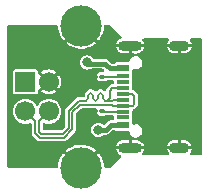
<source format=gbr>
%TF.GenerationSoftware,KiCad,Pcbnew,(6.0.11)*%
%TF.CreationDate,2023-06-18T18:32:15-07:00*%
%TF.ProjectId,usb-b-adapter,7573622d-622d-4616-9461-707465722e6b,rev?*%
%TF.SameCoordinates,Original*%
%TF.FileFunction,Copper,L1,Top*%
%TF.FilePolarity,Positive*%
%FSLAX46Y46*%
G04 Gerber Fmt 4.6, Leading zero omitted, Abs format (unit mm)*
G04 Created by KiCad (PCBNEW (6.0.11)) date 2023-06-18 18:32:15*
%MOMM*%
%LPD*%
G01*
G04 APERTURE LIST*
G04 Aperture macros list*
%AMRoundRect*
0 Rectangle with rounded corners*
0 $1 Rounding radius*
0 $2 $3 $4 $5 $6 $7 $8 $9 X,Y pos of 4 corners*
0 Add a 4 corners polygon primitive as box body*
4,1,4,$2,$3,$4,$5,$6,$7,$8,$9,$2,$3,0*
0 Add four circle primitives for the rounded corners*
1,1,$1+$1,$2,$3*
1,1,$1+$1,$4,$5*
1,1,$1+$1,$6,$7*
1,1,$1+$1,$8,$9*
0 Add four rect primitives between the rounded corners*
20,1,$1+$1,$2,$3,$4,$5,0*
20,1,$1+$1,$4,$5,$6,$7,0*
20,1,$1+$1,$6,$7,$8,$9,0*
20,1,$1+$1,$8,$9,$2,$3,0*%
G04 Aperture macros list end*
%TA.AperFunction,ComponentPad*%
%ADD10R,1.700000X1.700000*%
%TD*%
%TA.AperFunction,ComponentPad*%
%ADD11C,1.700000*%
%TD*%
%TA.AperFunction,CastellatedPad*%
%ADD12C,3.500000*%
%TD*%
%TA.AperFunction,SMDPad,CuDef*%
%ADD13R,1.140000X0.600000*%
%TD*%
%TA.AperFunction,SMDPad,CuDef*%
%ADD14R,1.140000X0.300000*%
%TD*%
%TA.AperFunction,ComponentPad*%
%ADD15O,2.000000X0.900000*%
%TD*%
%TA.AperFunction,ComponentPad*%
%ADD16O,1.700000X0.900000*%
%TD*%
%TA.AperFunction,SMDPad,CuDef*%
%ADD17RoundRect,0.100000X-0.130000X-0.100000X0.130000X-0.100000X0.130000X0.100000X-0.130000X0.100000X0*%
%TD*%
%TA.AperFunction,ViaPad*%
%ADD18C,0.800000*%
%TD*%
%TA.AperFunction,Conductor*%
%ADD19C,0.200000*%
%TD*%
%TA.AperFunction,Conductor*%
%ADD20C,0.400000*%
%TD*%
G04 APERTURE END LIST*
D10*
%TO.P,J1,1,VBUS*%
%TO.N,VBUS*%
X121920000Y-104140000D03*
D11*
%TO.P,J1,2,D-*%
%TO.N,/D-*%
X121920000Y-106640000D03*
%TO.P,J1,3,D+*%
%TO.N,/D+*%
X123920000Y-106640000D03*
%TO.P,J1,4,GND*%
%TO.N,GND*%
X123920000Y-104140000D03*
D12*
%TO.P,J1,5,Shield*%
X126630000Y-111410000D03*
X126630000Y-99370000D03*
%TD*%
D13*
%TO.P,J2,A1/B12,GND*%
%TO.N,GND*%
X130212500Y-108600000D03*
%TO.P,J2,A4/B9,VBUS*%
%TO.N,VBUS*%
X130212500Y-107800000D03*
D14*
%TO.P,J2,A5,CC1*%
%TO.N,Net-(J2-PadA5)*%
X130212500Y-106650000D03*
%TO.P,J2,A6,DP1*%
%TO.N,/D+*%
X130212500Y-105650000D03*
%TO.P,J2,A7,DN1*%
%TO.N,/D-*%
X130212500Y-105150000D03*
%TO.P,J2,A8,SBU1*%
%TO.N,unconnected-(J2-PadA8)*%
X130212500Y-104150000D03*
D13*
%TO.P,J2,B1/A12,GND*%
%TO.N,GND*%
X130212500Y-102200000D03*
%TO.P,J2,B4/A9,VBUS*%
%TO.N,VBUS*%
X130212500Y-103000000D03*
D14*
%TO.P,J2,B5,CC2*%
%TO.N,Net-(J2-PadB5)*%
X130212500Y-103650000D03*
%TO.P,J2,B6,DP2*%
%TO.N,/D+*%
X130212500Y-104650000D03*
%TO.P,J2,B7,DN2*%
%TO.N,/D-*%
X130212500Y-106150000D03*
%TO.P,J2,B8,SBU2*%
%TO.N,unconnected-(J2-PadB8)*%
X130212500Y-107150000D03*
D15*
%TO.P,J2,S1,SHIELD*%
%TO.N,GND*%
X130792500Y-109725000D03*
%TO.P,J2,S2,SHIELD*%
X130792500Y-101075000D03*
D16*
%TO.P,J2,S3,SHIELD*%
X134962500Y-109725000D03*
%TO.P,J2,S4,SHIELD*%
X134962500Y-101075000D03*
%TD*%
D17*
%TO.P,R1,1*%
%TO.N,GND*%
X127780000Y-106600000D03*
%TO.P,R1,2*%
%TO.N,Net-(J2-PadA5)*%
X128420000Y-106600000D03*
%TD*%
%TO.P,R2,1*%
%TO.N,GND*%
X127780000Y-103700000D03*
%TO.P,R2,2*%
%TO.N,Net-(J2-PadB5)*%
X128420000Y-103700000D03*
%TD*%
D18*
%TO.N,VBUS*%
X128100000Y-108200000D03*
X127150000Y-102500000D03*
%TO.N,GND*%
X120800000Y-109000000D03*
X126900000Y-107200000D03*
X132950000Y-101050000D03*
X132900000Y-109750000D03*
X126850000Y-103700000D03*
X120850000Y-101700000D03*
%TD*%
D19*
%TO.N,Net-(J2-PadA5)*%
X128470000Y-106650000D02*
X130212500Y-106650000D01*
X128420000Y-106600000D02*
X128470000Y-106650000D01*
%TO.N,/D-*%
X131050000Y-106150000D02*
X130212500Y-106150000D01*
X121920000Y-106640000D02*
X122756500Y-107476500D01*
X130212500Y-105150000D02*
X130982500Y-105150000D01*
X122756500Y-107476500D02*
X122756500Y-108487724D01*
X129270999Y-106063500D02*
X129357499Y-106150000D01*
X122756500Y-108487724D02*
X123132276Y-108863500D01*
X130982500Y-105150000D02*
X131150000Y-105317500D01*
X123132276Y-108863500D02*
X125217724Y-108863500D01*
X125913500Y-108167724D02*
X125913500Y-106717724D01*
X126567724Y-106063500D02*
X129270999Y-106063500D01*
X125913500Y-106717724D02*
X126567724Y-106063500D01*
X125217724Y-108863500D02*
X125913500Y-108167724D01*
X131150000Y-106050000D02*
X131050000Y-106150000D01*
X129357499Y-106150000D02*
X130212500Y-106150000D01*
X131150000Y-105317500D02*
X131150000Y-106050000D01*
%TO.N,/D+*%
X125082276Y-108536500D02*
X123267724Y-108536500D01*
X127263500Y-105270663D02*
X127263500Y-105536500D01*
X130212500Y-104650000D02*
X129300000Y-104650000D01*
X129050000Y-105500000D02*
X128813500Y-105736500D01*
X123083500Y-107476500D02*
X123920000Y-106640000D01*
X128813500Y-105736500D02*
X128663500Y-105736500D01*
X128463500Y-105536500D02*
X128463500Y-105270663D01*
X127063500Y-105736500D02*
X127013500Y-105736500D01*
X129300000Y-104650000D02*
X129050000Y-104900000D01*
X127663500Y-105536500D02*
X127663500Y-105270663D01*
X129050000Y-104900000D02*
X129050000Y-105500000D01*
X126432276Y-105736500D02*
X125586500Y-106582276D01*
X123267724Y-108536500D02*
X123083500Y-108352276D01*
X129270999Y-105736500D02*
X129357499Y-105650000D01*
X128813500Y-105736500D02*
X129270999Y-105736500D01*
X129357499Y-105650000D02*
X130212500Y-105650000D01*
X125586500Y-106582276D02*
X125586500Y-108032276D01*
X128063500Y-105270663D02*
X128063500Y-105536500D01*
X123083500Y-108352276D02*
X123083500Y-107476500D01*
X125586500Y-108032276D02*
X125082276Y-108536500D01*
X127013500Y-105736500D02*
X126432276Y-105736500D01*
X127063500Y-105736500D02*
G75*
G03*
X127263500Y-105536500I0J200000D01*
G01*
X127463500Y-105070700D02*
G75*
G02*
X127663500Y-105270663I0J-200000D01*
G01*
X128463500Y-105536500D02*
G75*
G03*
X128663500Y-105736500I200000J0D01*
G01*
X127663500Y-105536500D02*
G75*
G03*
X127863500Y-105736500I200000J0D01*
G01*
X127863500Y-105736500D02*
G75*
G03*
X128063500Y-105536500I0J200000D01*
G01*
X127263463Y-105270663D02*
G75*
G02*
X127463500Y-105070663I200037J-37D01*
G01*
X128063463Y-105270663D02*
G75*
G02*
X128263500Y-105070663I200037J-37D01*
G01*
X128263500Y-105070700D02*
G75*
G02*
X128463500Y-105270663I0J-200000D01*
G01*
%TO.N,Net-(J2-PadB5)*%
X128420000Y-103700000D02*
X130162500Y-103700000D01*
X130162500Y-103700000D02*
X130212500Y-103650000D01*
D20*
%TO.N,VBUS*%
X130212500Y-107800000D02*
X129150000Y-107800000D01*
X128750000Y-108200000D02*
X128100000Y-108200000D01*
X129050000Y-103000000D02*
X130212500Y-103000000D01*
X127250000Y-102600000D02*
X128650000Y-102600000D01*
X127150000Y-102500000D02*
X127250000Y-102600000D01*
X128650000Y-102600000D02*
X129050000Y-103000000D01*
X128750000Y-108200000D02*
X129150000Y-107800000D01*
%TD*%
%TA.AperFunction,Conductor*%
%TO.N,GND*%
G36*
X124622640Y-99320502D02*
G01*
X124669133Y-99374158D01*
X124680422Y-99421553D01*
X124686650Y-99580079D01*
X124687625Y-99588908D01*
X124735638Y-99851804D01*
X124737847Y-99860407D01*
X124822424Y-100113914D01*
X124825823Y-100122121D01*
X124945276Y-100361183D01*
X124949801Y-100368834D01*
X125101740Y-100588673D01*
X125107295Y-100595607D01*
X125151095Y-100642990D01*
X125164727Y-100651144D01*
X125165245Y-100651128D01*
X125173859Y-100645828D01*
X126482283Y-99337405D01*
X126544595Y-99303379D01*
X126571378Y-99300500D01*
X126688622Y-99300500D01*
X126756743Y-99320502D01*
X126777717Y-99337405D01*
X128083626Y-100643313D01*
X128097026Y-100650631D01*
X128106929Y-100643645D01*
X128208746Y-100522519D01*
X128213972Y-100515326D01*
X128355391Y-100288568D01*
X128359543Y-100280728D01*
X128467604Y-100036297D01*
X128470614Y-100027936D01*
X128543151Y-99770738D01*
X128544955Y-99762030D01*
X128580696Y-99495936D01*
X128581224Y-99489543D01*
X128583330Y-99422541D01*
X128605463Y-99355083D01*
X128660552Y-99310298D01*
X128709268Y-99300500D01*
X129014760Y-99300500D01*
X129082881Y-99320502D01*
X129103855Y-99337405D01*
X130035126Y-100268676D01*
X130069152Y-100330988D01*
X130064087Y-100401803D01*
X130021540Y-100458639D01*
X129992415Y-100474923D01*
X129934240Y-100497956D01*
X129920458Y-100505533D01*
X129800422Y-100592745D01*
X129788955Y-100603514D01*
X129694378Y-100717837D01*
X129685949Y-100731119D01*
X129622776Y-100865370D01*
X129617914Y-100880330D01*
X129608495Y-100929706D01*
X129609766Y-100942745D01*
X129624688Y-100947500D01*
X131966408Y-100947500D01*
X131979939Y-100943527D01*
X131980949Y-100936500D01*
X131937763Y-100803586D01*
X131931062Y-100789348D01*
X131851563Y-100664076D01*
X131845556Y-100656815D01*
X131817546Y-100591577D01*
X131829253Y-100521552D01*
X131876960Y-100468973D01*
X131942641Y-100450500D01*
X133967775Y-100450500D01*
X134035896Y-100470502D01*
X134082389Y-100524158D01*
X134092493Y-100594432D01*
X134064860Y-100656816D01*
X134014375Y-100717842D01*
X134005949Y-100731119D01*
X133942776Y-100865370D01*
X133937914Y-100880330D01*
X133928495Y-100929706D01*
X133929766Y-100942745D01*
X133944688Y-100947500D01*
X135986408Y-100947500D01*
X135999939Y-100943527D01*
X136000949Y-100936500D01*
X135957763Y-100803586D01*
X135951062Y-100789348D01*
X135871563Y-100664076D01*
X135865556Y-100656815D01*
X135837546Y-100591577D01*
X135849253Y-100521552D01*
X135896960Y-100468973D01*
X135962641Y-100450500D01*
X136773500Y-100450500D01*
X136841621Y-100470502D01*
X136888114Y-100524158D01*
X136899500Y-100576500D01*
X136899500Y-110223500D01*
X136879498Y-110291621D01*
X136825842Y-110338114D01*
X136773500Y-110349500D01*
X135957225Y-110349500D01*
X135889104Y-110329498D01*
X135842611Y-110275842D01*
X135832507Y-110205568D01*
X135860140Y-110143184D01*
X135910625Y-110082158D01*
X135919051Y-110068881D01*
X135982224Y-109934630D01*
X135987086Y-109919670D01*
X135996505Y-109870294D01*
X135995234Y-109857255D01*
X135980312Y-109852500D01*
X133938592Y-109852500D01*
X133925061Y-109856473D01*
X133924051Y-109863500D01*
X133967237Y-109996414D01*
X133973938Y-110010652D01*
X134053437Y-110135924D01*
X134059444Y-110143185D01*
X134087454Y-110208423D01*
X134075747Y-110278448D01*
X134028040Y-110331027D01*
X133962359Y-110349500D01*
X131937225Y-110349500D01*
X131869104Y-110329498D01*
X131822611Y-110275842D01*
X131812507Y-110205568D01*
X131840140Y-110143184D01*
X131890625Y-110082158D01*
X131899051Y-110068881D01*
X131962224Y-109934630D01*
X131967086Y-109919670D01*
X131976505Y-109870294D01*
X131975234Y-109857255D01*
X131960312Y-109852500D01*
X129618592Y-109852500D01*
X129605061Y-109856473D01*
X129604051Y-109863500D01*
X129647237Y-109996414D01*
X129653938Y-110010652D01*
X129733437Y-110135923D01*
X129743466Y-110148046D01*
X129851626Y-110249615D01*
X129864346Y-110258857D01*
X129971037Y-110317511D01*
X130021095Y-110367856D01*
X130035988Y-110437273D01*
X130010987Y-110503722D01*
X129999430Y-110517021D01*
X129153854Y-111362596D01*
X129091542Y-111396621D01*
X129064759Y-111399500D01*
X128701631Y-111399500D01*
X128633510Y-111379498D01*
X128587017Y-111325842D01*
X128575946Y-111282399D01*
X128565792Y-111138993D01*
X128564539Y-111130183D01*
X128508292Y-110868925D01*
X128505816Y-110860404D01*
X128413317Y-110609674D01*
X128409662Y-110601579D01*
X128282758Y-110366385D01*
X128277999Y-110358887D01*
X128119231Y-110143932D01*
X128113448Y-110137160D01*
X128111129Y-110134805D01*
X128097248Y-110127083D01*
X128095673Y-110127183D01*
X128088663Y-110131650D01*
X126857717Y-111362595D01*
X126795405Y-111396621D01*
X126768622Y-111399500D01*
X126764378Y-111399500D01*
X126696257Y-111379498D01*
X126649764Y-111325842D01*
X126639660Y-111255568D01*
X126669154Y-111190988D01*
X126675283Y-111184405D01*
X127906233Y-109953454D01*
X127913088Y-109940902D01*
X127904881Y-109929832D01*
X127706870Y-109778714D01*
X127699444Y-109773837D01*
X127466269Y-109643253D01*
X127458243Y-109639476D01*
X127303747Y-109579706D01*
X129608495Y-109579706D01*
X129609766Y-109592745D01*
X129624688Y-109597500D01*
X130646885Y-109597500D01*
X130662124Y-109593025D01*
X130663329Y-109591635D01*
X130665000Y-109583952D01*
X130665000Y-109093115D01*
X130660525Y-109077876D01*
X130659135Y-109076671D01*
X130651452Y-109075000D01*
X130205565Y-109075000D01*
X130197675Y-109075497D01*
X130087432Y-109089423D01*
X130072199Y-109093334D01*
X129934240Y-109147956D01*
X129920458Y-109155533D01*
X129800422Y-109242745D01*
X129788955Y-109253514D01*
X129694378Y-109367837D01*
X129685949Y-109381119D01*
X129622776Y-109515370D01*
X129617914Y-109530330D01*
X129608495Y-109579706D01*
X127303747Y-109579706D01*
X127208986Y-109543046D01*
X127200513Y-109540439D01*
X126940165Y-109480094D01*
X126931387Y-109478704D01*
X126665140Y-109455644D01*
X126656269Y-109455504D01*
X126389419Y-109470190D01*
X126380609Y-109471304D01*
X126118505Y-109523439D01*
X126109930Y-109525785D01*
X125857790Y-109614329D01*
X125849624Y-109617863D01*
X125612476Y-109741053D01*
X125604904Y-109745692D01*
X125387474Y-109901070D01*
X125380620Y-109906740D01*
X125356079Y-109930151D01*
X125348140Y-109943910D01*
X125348190Y-109944956D01*
X125353083Y-109952770D01*
X126584717Y-111184405D01*
X126618743Y-111246717D01*
X126613678Y-111317533D01*
X126571131Y-111374368D01*
X126504611Y-111399179D01*
X126495622Y-111399500D01*
X126491378Y-111399500D01*
X126423257Y-111379498D01*
X126402283Y-111362595D01*
X125174773Y-110135086D01*
X125161932Y-110128074D01*
X125151244Y-110135868D01*
X125015828Y-110307643D01*
X125010839Y-110314985D01*
X124876611Y-110546073D01*
X124872699Y-110554060D01*
X124772374Y-110801752D01*
X124769630Y-110810196D01*
X124705203Y-111069561D01*
X124703676Y-111078312D01*
X124682362Y-111286342D01*
X124655521Y-111352070D01*
X124597406Y-111392852D01*
X124557018Y-111399500D01*
X120526500Y-111399500D01*
X120458379Y-111379498D01*
X120411886Y-111325842D01*
X120400500Y-111273500D01*
X120400500Y-106625262D01*
X120864520Y-106625262D01*
X120865036Y-106631406D01*
X120880852Y-106819748D01*
X120881759Y-106830553D01*
X120883458Y-106836478D01*
X120930369Y-107000075D01*
X120938544Y-107028586D01*
X120941359Y-107034063D01*
X120941360Y-107034066D01*
X121029897Y-107206341D01*
X121032712Y-107211818D01*
X121160677Y-107373270D01*
X121165370Y-107377264D01*
X121165371Y-107377265D01*
X121286381Y-107480252D01*
X121317564Y-107506791D01*
X121497398Y-107607297D01*
X121592238Y-107638112D01*
X121687471Y-107669056D01*
X121687475Y-107669057D01*
X121693329Y-107670959D01*
X121897894Y-107695351D01*
X121904029Y-107694879D01*
X121904031Y-107694879D01*
X121960039Y-107690569D01*
X122103300Y-107679546D01*
X122109230Y-107677890D01*
X122109232Y-107677890D01*
X122296116Y-107625711D01*
X122367107Y-107626658D01*
X122426316Y-107665834D01*
X122454945Y-107730802D01*
X122456000Y-107747070D01*
X122456000Y-108435358D01*
X122455804Y-108438031D01*
X122454075Y-108443066D01*
X122454511Y-108454688D01*
X122454511Y-108454690D01*
X122455911Y-108491979D01*
X122456000Y-108496705D01*
X122456000Y-108515672D01*
X122456882Y-108520407D01*
X122457110Y-108523933D01*
X122458274Y-108554932D01*
X122462864Y-108565617D01*
X122463901Y-108570217D01*
X122467462Y-108581938D01*
X122469161Y-108586341D01*
X122471291Y-108597777D01*
X122477395Y-108607679D01*
X122484227Y-108618763D01*
X122492731Y-108635135D01*
X122498951Y-108649612D01*
X122498953Y-108649616D01*
X122502464Y-108657787D01*
X122506478Y-108662673D01*
X122508663Y-108664858D01*
X122510715Y-108667121D01*
X122510555Y-108667266D01*
X122517675Y-108676273D01*
X122523927Y-108683168D01*
X122530032Y-108693072D01*
X122551820Y-108709640D01*
X122564639Y-108720834D01*
X122882757Y-109038952D01*
X122884513Y-109040986D01*
X122886851Y-109045769D01*
X122895380Y-109053681D01*
X122895381Y-109053682D01*
X122922753Y-109079073D01*
X122926158Y-109082353D01*
X122939553Y-109095748D01*
X122943523Y-109098472D01*
X122946171Y-109100797D01*
X122953704Y-109107785D01*
X122968922Y-109121901D01*
X122979729Y-109126213D01*
X122983714Y-109128732D01*
X122994523Y-109134504D01*
X122998828Y-109136411D01*
X123008422Y-109142993D01*
X123029336Y-109147956D01*
X123032412Y-109148686D01*
X123050008Y-109154251D01*
X123072898Y-109163383D01*
X123079191Y-109164000D01*
X123082273Y-109164000D01*
X123085343Y-109164150D01*
X123085332Y-109164366D01*
X123096707Y-109165698D01*
X123106021Y-109166153D01*
X123117342Y-109168840D01*
X123128871Y-109167271D01*
X123128872Y-109167271D01*
X123144449Y-109165151D01*
X123161440Y-109164000D01*
X125165358Y-109164000D01*
X125168031Y-109164196D01*
X125173066Y-109165925D01*
X125184688Y-109165489D01*
X125184690Y-109165489D01*
X125221979Y-109164089D01*
X125226705Y-109164000D01*
X125245672Y-109164000D01*
X125250407Y-109163118D01*
X125253933Y-109162890D01*
X125257673Y-109162749D01*
X125284932Y-109161726D01*
X125295617Y-109157136D01*
X125300217Y-109156099D01*
X125311938Y-109152538D01*
X125316341Y-109150839D01*
X125327777Y-109148709D01*
X125348765Y-109135772D01*
X125365135Y-109127269D01*
X125379612Y-109121049D01*
X125379616Y-109121047D01*
X125387787Y-109117536D01*
X125392673Y-109113522D01*
X125394858Y-109111337D01*
X125397121Y-109109285D01*
X125397266Y-109109445D01*
X125406273Y-109102325D01*
X125413168Y-109096073D01*
X125423072Y-109089968D01*
X125439640Y-109068180D01*
X125450834Y-109055361D01*
X126088952Y-108417243D01*
X126090986Y-108415487D01*
X126095769Y-108413149D01*
X126129073Y-108377247D01*
X126132353Y-108373842D01*
X126145748Y-108360447D01*
X126148472Y-108356477D01*
X126150797Y-108353829D01*
X126163990Y-108339606D01*
X126171901Y-108331078D01*
X126176213Y-108320271D01*
X126178732Y-108316286D01*
X126184504Y-108305477D01*
X126186411Y-108301172D01*
X126192993Y-108291578D01*
X126198686Y-108267588D01*
X126204251Y-108249992D01*
X126210086Y-108235366D01*
X126213383Y-108227102D01*
X126214000Y-108220809D01*
X126214000Y-108217727D01*
X126214150Y-108214657D01*
X126214366Y-108214668D01*
X126215698Y-108203293D01*
X126216153Y-108193979D01*
X126218840Y-108182658D01*
X126215151Y-108155551D01*
X126214000Y-108138560D01*
X126214000Y-106894385D01*
X126234002Y-106826264D01*
X126250905Y-106805290D01*
X126655290Y-106400905D01*
X126717602Y-106366879D01*
X126744385Y-106364000D01*
X127863500Y-106364000D01*
X127931621Y-106384002D01*
X127978114Y-106437658D01*
X127989500Y-106490000D01*
X127989500Y-106744646D01*
X127992618Y-106770846D01*
X127996456Y-106779486D01*
X127996456Y-106779487D01*
X128024310Y-106842195D01*
X128038061Y-106873153D01*
X128117287Y-106952241D01*
X128127924Y-106956944D01*
X128127926Y-106956945D01*
X128166925Y-106974186D01*
X128219673Y-106997506D01*
X128245354Y-107000500D01*
X128594646Y-107000500D01*
X128598350Y-107000059D01*
X128598353Y-107000059D01*
X128605746Y-106999179D01*
X128620846Y-106997382D01*
X128645483Y-106986439D01*
X128701968Y-106961349D01*
X128753116Y-106950500D01*
X129316000Y-106950500D01*
X129384121Y-106970502D01*
X129430614Y-107024158D01*
X129442000Y-107076500D01*
X129442000Y-107273500D01*
X129421998Y-107341621D01*
X129368342Y-107388114D01*
X129316000Y-107399500D01*
X129118481Y-107399500D01*
X129118477Y-107399501D01*
X129086567Y-107399501D01*
X129077140Y-107402564D01*
X129077133Y-107402565D01*
X129065647Y-107406297D01*
X129046427Y-107410911D01*
X129034493Y-107412801D01*
X129034485Y-107412803D01*
X129024696Y-107414354D01*
X129015865Y-107418854D01*
X129015861Y-107418855D01*
X129005093Y-107424342D01*
X128986832Y-107431906D01*
X128965910Y-107438704D01*
X128950918Y-107449597D01*
X128948116Y-107451632D01*
X128931259Y-107461962D01*
X128920493Y-107467448D01*
X128920492Y-107467449D01*
X128911658Y-107471950D01*
X128889091Y-107494517D01*
X128653724Y-107729883D01*
X128591412Y-107763909D01*
X128520597Y-107758844D01*
X128487925Y-107740751D01*
X128409392Y-107680491D01*
X128402841Y-107675464D01*
X128256762Y-107614956D01*
X128100000Y-107594318D01*
X127943238Y-107614956D01*
X127797159Y-107675464D01*
X127671718Y-107771718D01*
X127575464Y-107897159D01*
X127514956Y-108043238D01*
X127494318Y-108200000D01*
X127495396Y-108208188D01*
X127506018Y-108288867D01*
X127514956Y-108356762D01*
X127575464Y-108502841D01*
X127671718Y-108628282D01*
X127797159Y-108724536D01*
X127943238Y-108785044D01*
X128100000Y-108805682D01*
X128108188Y-108804604D01*
X128248574Y-108786122D01*
X128256762Y-108785044D01*
X128402841Y-108724536D01*
X128528282Y-108628282D01*
X128530072Y-108630614D01*
X128579948Y-108603379D01*
X128606731Y-108600500D01*
X128813433Y-108600500D01*
X128822864Y-108597436D01*
X128822868Y-108597435D01*
X128834353Y-108593703D01*
X128853578Y-108589087D01*
X128865512Y-108587197D01*
X128865513Y-108587197D01*
X128875304Y-108585646D01*
X128884137Y-108581145D01*
X128884141Y-108581144D01*
X128894906Y-108575659D01*
X128913166Y-108568095D01*
X128934090Y-108561296D01*
X128951893Y-108548361D01*
X128968745Y-108538035D01*
X128979502Y-108532554D01*
X128988342Y-108528050D01*
X129010895Y-108505497D01*
X129010910Y-108505483D01*
X129142551Y-108373842D01*
X129278987Y-108237405D01*
X129341300Y-108203380D01*
X129368083Y-108200500D01*
X129405129Y-108200500D01*
X129473250Y-108220502D01*
X129491945Y-108235568D01*
X129497948Y-108244552D01*
X129508264Y-108251445D01*
X129508265Y-108251446D01*
X129532423Y-108267588D01*
X129564269Y-108288867D01*
X129576438Y-108291288D01*
X129576439Y-108291288D01*
X129616684Y-108299293D01*
X129622752Y-108300500D01*
X130619873Y-108300500D01*
X130687994Y-108320502D01*
X130734487Y-108374158D01*
X130743386Y-108401592D01*
X130757733Y-108472743D01*
X130826207Y-108607132D01*
X130928299Y-108718156D01*
X130943686Y-108727696D01*
X131049187Y-108793110D01*
X131049190Y-108793111D01*
X131056486Y-108797635D01*
X131084184Y-108805682D01*
X131161012Y-108828003D01*
X131220848Y-108866216D01*
X131250525Y-108930713D01*
X131240621Y-109001015D01*
X131194282Y-109054803D01*
X131125859Y-109075000D01*
X130938115Y-109075000D01*
X130922876Y-109079475D01*
X130921671Y-109080865D01*
X130920000Y-109088548D01*
X130920000Y-109579385D01*
X130924475Y-109594624D01*
X130925865Y-109595829D01*
X130933548Y-109597500D01*
X131966408Y-109597500D01*
X131979939Y-109593527D01*
X131980949Y-109586500D01*
X131978742Y-109579706D01*
X133928495Y-109579706D01*
X133929766Y-109592745D01*
X133944688Y-109597500D01*
X134816885Y-109597500D01*
X134832124Y-109593025D01*
X134833329Y-109591635D01*
X134835000Y-109583952D01*
X134835000Y-109579385D01*
X135090000Y-109579385D01*
X135094475Y-109594624D01*
X135095865Y-109595829D01*
X135103548Y-109597500D01*
X135986408Y-109597500D01*
X135999939Y-109593527D01*
X136000949Y-109586500D01*
X135957763Y-109453586D01*
X135951062Y-109439348D01*
X135871563Y-109314077D01*
X135861534Y-109301954D01*
X135753374Y-109200385D01*
X135740651Y-109191141D01*
X135610635Y-109119664D01*
X135595999Y-109113869D01*
X135452293Y-109076972D01*
X135436687Y-109075000D01*
X135108115Y-109075000D01*
X135092876Y-109079475D01*
X135091671Y-109080865D01*
X135090000Y-109088548D01*
X135090000Y-109579385D01*
X134835000Y-109579385D01*
X134835000Y-109093115D01*
X134830525Y-109077876D01*
X134829135Y-109076671D01*
X134821452Y-109075000D01*
X134525565Y-109075000D01*
X134517675Y-109075497D01*
X134407432Y-109089423D01*
X134392199Y-109093334D01*
X134254240Y-109147956D01*
X134240458Y-109155533D01*
X134120422Y-109242745D01*
X134108955Y-109253514D01*
X134014378Y-109367837D01*
X134005949Y-109381119D01*
X133942776Y-109515370D01*
X133937914Y-109530330D01*
X133928495Y-109579706D01*
X131978742Y-109579706D01*
X131937763Y-109453586D01*
X131931062Y-109439348D01*
X131851563Y-109314077D01*
X131841534Y-109301954D01*
X131733374Y-109200385D01*
X131720651Y-109191141D01*
X131590635Y-109119664D01*
X131575999Y-109113869D01*
X131432293Y-109076972D01*
X131425473Y-109076110D01*
X131360397Y-109047728D01*
X131320996Y-108988668D01*
X131319780Y-108917682D01*
X131357135Y-108857307D01*
X131415585Y-108830242D01*
X131415149Y-108828681D01*
X131423419Y-108826372D01*
X131431932Y-108825206D01*
X131439817Y-108821794D01*
X131562471Y-108768717D01*
X131562473Y-108768716D01*
X131570355Y-108765305D01*
X131687570Y-108670386D01*
X131765096Y-108561296D01*
X131769966Y-108554444D01*
X131774942Y-108547442D01*
X131826033Y-108405532D01*
X131837080Y-108255109D01*
X131834952Y-108244552D01*
X131808964Y-108115675D01*
X131807267Y-108107257D01*
X131738793Y-107972868D01*
X131636701Y-107861844D01*
X131560657Y-107814695D01*
X131515813Y-107786890D01*
X131515810Y-107786889D01*
X131508514Y-107782365D01*
X131363675Y-107740285D01*
X131356697Y-107739773D01*
X131355292Y-107739669D01*
X131355281Y-107739669D01*
X131352985Y-107739500D01*
X131244715Y-107739500D01*
X131240470Y-107740082D01*
X131240463Y-107740082D01*
X131133068Y-107754794D01*
X131132840Y-107753132D01*
X131071886Y-107752315D01*
X131012679Y-107713135D01*
X130984054Y-107648165D01*
X130983000Y-107631905D01*
X130983000Y-107480252D01*
X130971926Y-107424579D01*
X130971926Y-107375421D01*
X130983000Y-107319748D01*
X130983000Y-106980252D01*
X130971926Y-106924579D01*
X130971926Y-106875421D01*
X130983000Y-106819748D01*
X130983000Y-106574623D01*
X131003002Y-106506502D01*
X131056658Y-106460009D01*
X131104270Y-106448712D01*
X131105584Y-106448663D01*
X131105587Y-106448662D01*
X131117208Y-106448226D01*
X131127892Y-106443636D01*
X131132493Y-106442599D01*
X131144214Y-106439038D01*
X131148617Y-106437339D01*
X131160053Y-106435209D01*
X131181041Y-106422272D01*
X131197411Y-106413769D01*
X131211888Y-106407549D01*
X131211892Y-106407547D01*
X131220063Y-106404036D01*
X131224949Y-106400022D01*
X131227119Y-106397852D01*
X131229402Y-106395782D01*
X131229547Y-106395942D01*
X131238544Y-106388830D01*
X131245444Y-106382574D01*
X131255348Y-106376468D01*
X131271909Y-106354689D01*
X131283110Y-106341861D01*
X131325452Y-106299519D01*
X131327488Y-106297762D01*
X131332269Y-106295425D01*
X131365575Y-106259521D01*
X131368854Y-106256118D01*
X131382248Y-106242724D01*
X131384978Y-106238745D01*
X131387286Y-106236116D01*
X131408401Y-106213354D01*
X131412712Y-106202547D01*
X131415238Y-106198552D01*
X131421001Y-106187758D01*
X131422912Y-106183446D01*
X131429492Y-106173854D01*
X131435183Y-106149873D01*
X131440748Y-106132276D01*
X131446588Y-106117638D01*
X131446589Y-106117635D01*
X131449883Y-106109378D01*
X131450500Y-106103085D01*
X131450500Y-106100006D01*
X131450650Y-106096933D01*
X131450866Y-106096944D01*
X131452198Y-106085569D01*
X131452654Y-106076254D01*
X131455340Y-106064934D01*
X131451651Y-106037827D01*
X131450500Y-106020836D01*
X131450500Y-105369866D01*
X131450696Y-105367193D01*
X131452425Y-105362158D01*
X131450589Y-105313245D01*
X131450500Y-105308519D01*
X131450500Y-105289552D01*
X131449618Y-105284817D01*
X131449390Y-105281291D01*
X131448662Y-105261915D01*
X131448226Y-105250292D01*
X131443636Y-105239607D01*
X131442599Y-105235007D01*
X131439038Y-105223286D01*
X131437339Y-105218883D01*
X131435209Y-105207447D01*
X131422272Y-105186459D01*
X131413769Y-105170089D01*
X131407548Y-105155609D01*
X131407545Y-105155604D01*
X131404036Y-105147437D01*
X131400023Y-105142551D01*
X131397840Y-105140368D01*
X131395776Y-105138092D01*
X131395937Y-105137946D01*
X131388835Y-105128961D01*
X131382571Y-105122053D01*
X131376468Y-105112152D01*
X131367209Y-105105112D01*
X131367208Y-105105110D01*
X131354692Y-105095593D01*
X131341864Y-105084392D01*
X131232018Y-104974546D01*
X131230263Y-104972513D01*
X131227925Y-104967731D01*
X131192024Y-104934428D01*
X131188619Y-104931148D01*
X131175223Y-104917752D01*
X131171253Y-104915028D01*
X131168605Y-104912703D01*
X131154381Y-104899508D01*
X131154378Y-104899506D01*
X131145854Y-104891599D01*
X131135050Y-104887289D01*
X131131061Y-104884767D01*
X131120273Y-104879006D01*
X131115948Y-104877089D01*
X131106354Y-104870508D01*
X131095035Y-104867822D01*
X131095033Y-104867821D01*
X131082373Y-104864817D01*
X131064769Y-104859249D01*
X131062303Y-104858265D01*
X131006446Y-104814441D01*
X130983000Y-104741238D01*
X130983000Y-104480252D01*
X130971926Y-104424579D01*
X130971926Y-104375421D01*
X130983000Y-104319748D01*
X130983000Y-103980252D01*
X130971926Y-103924579D01*
X130971926Y-103875421D01*
X130983000Y-103819748D01*
X130983000Y-103480252D01*
X130971926Y-103424579D01*
X130971926Y-103375421D01*
X130983000Y-103319748D01*
X130983000Y-103164102D01*
X131003002Y-103095981D01*
X131056658Y-103049488D01*
X131126932Y-103039384D01*
X131144153Y-103043105D01*
X131194988Y-103057874D01*
X131201325Y-103059715D01*
X131208303Y-103060227D01*
X131209708Y-103060331D01*
X131209719Y-103060331D01*
X131212015Y-103060500D01*
X131320285Y-103060500D01*
X131324530Y-103059918D01*
X131324537Y-103059918D01*
X131385022Y-103051632D01*
X131431932Y-103045206D01*
X131472393Y-103027697D01*
X131562471Y-102988717D01*
X131562473Y-102988716D01*
X131570355Y-102985305D01*
X131687570Y-102890386D01*
X131774942Y-102767442D01*
X131826033Y-102625532D01*
X131837080Y-102475109D01*
X131807267Y-102327257D01*
X131738793Y-102192868D01*
X131636701Y-102081844D01*
X131555154Y-102031283D01*
X131515813Y-102006890D01*
X131515810Y-102006889D01*
X131508514Y-102002365D01*
X131405044Y-101972304D01*
X131389494Y-101967786D01*
X131329659Y-101929572D01*
X131299982Y-101865076D01*
X131309886Y-101794774D01*
X131356225Y-101740986D01*
X131408857Y-101721782D01*
X131497575Y-101710575D01*
X131512801Y-101706666D01*
X131650760Y-101652044D01*
X131664542Y-101644467D01*
X131784578Y-101557255D01*
X131796045Y-101546486D01*
X131890622Y-101432163D01*
X131899051Y-101418881D01*
X131962224Y-101284630D01*
X131967086Y-101269670D01*
X131976505Y-101220294D01*
X131975843Y-101213500D01*
X133924051Y-101213500D01*
X133967237Y-101346414D01*
X133973938Y-101360652D01*
X134053437Y-101485923D01*
X134063466Y-101498046D01*
X134171626Y-101599615D01*
X134184349Y-101608859D01*
X134314365Y-101680336D01*
X134329001Y-101686131D01*
X134472707Y-101723028D01*
X134488313Y-101725000D01*
X134816885Y-101725000D01*
X134832124Y-101720525D01*
X134833329Y-101719135D01*
X134835000Y-101711452D01*
X134835000Y-101706885D01*
X135090000Y-101706885D01*
X135094475Y-101722124D01*
X135095865Y-101723329D01*
X135103548Y-101725000D01*
X135399435Y-101725000D01*
X135407325Y-101724503D01*
X135517568Y-101710577D01*
X135532801Y-101706666D01*
X135670760Y-101652044D01*
X135684542Y-101644467D01*
X135804578Y-101557255D01*
X135816045Y-101546486D01*
X135910622Y-101432163D01*
X135919051Y-101418881D01*
X135982224Y-101284630D01*
X135987086Y-101269670D01*
X135996505Y-101220294D01*
X135995234Y-101207255D01*
X135980312Y-101202500D01*
X135108115Y-101202500D01*
X135092876Y-101206975D01*
X135091671Y-101208365D01*
X135090000Y-101216048D01*
X135090000Y-101706885D01*
X134835000Y-101706885D01*
X134835000Y-101220615D01*
X134830525Y-101205376D01*
X134829135Y-101204171D01*
X134821452Y-101202500D01*
X133938592Y-101202500D01*
X133925061Y-101206473D01*
X133924051Y-101213500D01*
X131975843Y-101213500D01*
X131975234Y-101207255D01*
X131960312Y-101202500D01*
X130938115Y-101202500D01*
X130922876Y-101206975D01*
X130921671Y-101208365D01*
X130920000Y-101216048D01*
X130920000Y-101706885D01*
X130924475Y-101722124D01*
X130925865Y-101723329D01*
X130933548Y-101725000D01*
X131112243Y-101725000D01*
X131180364Y-101745002D01*
X131226857Y-101798658D01*
X131236961Y-101868932D01*
X131207467Y-101933512D01*
X131146126Y-101972359D01*
X131141581Y-101973628D01*
X131133068Y-101974794D01*
X131125184Y-101978206D01*
X131125183Y-101978206D01*
X131002529Y-102031283D01*
X131002527Y-102031284D01*
X130994645Y-102034695D01*
X130877430Y-102129614D01*
X130817208Y-102214354D01*
X130795763Y-102244531D01*
X130790058Y-102252558D01*
X130738967Y-102394468D01*
X130738510Y-102400694D01*
X130705316Y-102462173D01*
X130643165Y-102496493D01*
X130615800Y-102499500D01*
X129622752Y-102499500D01*
X129616684Y-102500707D01*
X129576439Y-102508712D01*
X129576438Y-102508712D01*
X129564269Y-102511133D01*
X129497948Y-102555448D01*
X129492568Y-102563499D01*
X129431915Y-102596620D01*
X129405129Y-102599500D01*
X129268083Y-102599500D01*
X129199962Y-102579498D01*
X129178987Y-102562595D01*
X128910909Y-102294516D01*
X128910895Y-102294503D01*
X128888342Y-102271950D01*
X128868746Y-102261965D01*
X128851893Y-102251639D01*
X128834090Y-102238704D01*
X128813166Y-102231905D01*
X128794906Y-102224341D01*
X128784141Y-102218856D01*
X128784137Y-102218855D01*
X128775304Y-102214354D01*
X128765513Y-102212803D01*
X128765512Y-102212803D01*
X128753578Y-102210913D01*
X128734353Y-102206297D01*
X128722868Y-102202565D01*
X128722864Y-102202564D01*
X128713433Y-102199500D01*
X127738469Y-102199500D01*
X127670348Y-102179498D01*
X127638506Y-102150204D01*
X127583305Y-102078264D01*
X127578282Y-102071718D01*
X127452841Y-101975464D01*
X127306762Y-101914956D01*
X127150000Y-101894318D01*
X126993238Y-101914956D01*
X126847159Y-101975464D01*
X126721718Y-102071718D01*
X126625464Y-102197159D01*
X126564956Y-102343238D01*
X126544318Y-102500000D01*
X126545396Y-102508188D01*
X126560845Y-102625532D01*
X126564956Y-102656762D01*
X126625464Y-102802841D01*
X126721718Y-102928282D01*
X126847159Y-103024536D01*
X126993238Y-103085044D01*
X127150000Y-103105682D01*
X127158188Y-103104604D01*
X127298574Y-103086122D01*
X127306762Y-103085044D01*
X127452841Y-103024536D01*
X127459396Y-103019506D01*
X127463077Y-103017381D01*
X127526078Y-103000500D01*
X128431916Y-103000500D01*
X128500037Y-103020502D01*
X128521011Y-103037405D01*
X128568011Y-103084405D01*
X128602037Y-103146717D01*
X128596972Y-103217532D01*
X128554425Y-103274368D01*
X128487905Y-103299179D01*
X128478916Y-103299500D01*
X128245354Y-103299500D01*
X128241650Y-103299941D01*
X128241647Y-103299941D01*
X128234254Y-103300821D01*
X128219154Y-103302618D01*
X128210514Y-103306456D01*
X128210513Y-103306456D01*
X128169215Y-103324800D01*
X128116847Y-103348061D01*
X128108628Y-103356294D01*
X128108627Y-103356295D01*
X128079327Y-103385646D01*
X128037759Y-103427287D01*
X127992494Y-103529673D01*
X127989500Y-103555354D01*
X127989500Y-103844646D01*
X127992618Y-103870846D01*
X127996456Y-103879486D01*
X127996456Y-103879487D01*
X128018522Y-103929164D01*
X128038061Y-103973153D01*
X128117287Y-104052241D01*
X128127924Y-104056944D01*
X128127926Y-104056945D01*
X128187462Y-104083265D01*
X128219673Y-104097506D01*
X128245354Y-104100500D01*
X128594646Y-104100500D01*
X128598350Y-104100059D01*
X128598353Y-104100059D01*
X128605746Y-104099179D01*
X128620846Y-104097382D01*
X128629487Y-104093544D01*
X128712519Y-104056663D01*
X128712521Y-104056661D01*
X128723153Y-104051939D01*
X128737586Y-104037481D01*
X128799867Y-104003403D01*
X128826757Y-104000500D01*
X129316000Y-104000500D01*
X129384121Y-104020502D01*
X129430614Y-104074158D01*
X129442000Y-104126500D01*
X129442000Y-104222562D01*
X129421998Y-104290683D01*
X129368342Y-104337176D01*
X129320728Y-104348473D01*
X129301850Y-104349182D01*
X129295742Y-104349411D01*
X129291018Y-104349500D01*
X129272052Y-104349500D01*
X129267317Y-104350381D01*
X129263790Y-104350610D01*
X129259254Y-104350780D01*
X129232791Y-104351774D01*
X129222104Y-104356366D01*
X129217492Y-104357405D01*
X129205800Y-104360957D01*
X129201383Y-104362661D01*
X129189947Y-104364791D01*
X129172707Y-104375418D01*
X129168961Y-104377727D01*
X129152589Y-104386231D01*
X129138112Y-104392451D01*
X129138108Y-104392453D01*
X129129937Y-104395964D01*
X129125051Y-104399978D01*
X129122866Y-104402163D01*
X129120603Y-104404215D01*
X129120458Y-104404055D01*
X129111451Y-104411175D01*
X129104556Y-104417427D01*
X129094652Y-104423532D01*
X129078084Y-104445320D01*
X129066890Y-104458139D01*
X128874548Y-104650481D01*
X128872514Y-104652237D01*
X128867731Y-104654575D01*
X128859819Y-104663104D01*
X128859818Y-104663105D01*
X128834427Y-104690477D01*
X128831147Y-104693882D01*
X128817752Y-104707277D01*
X128815028Y-104711247D01*
X128812703Y-104713895D01*
X128799508Y-104728119D01*
X128799506Y-104728122D01*
X128791599Y-104736646D01*
X128787289Y-104747450D01*
X128784767Y-104751439D01*
X128779006Y-104762227D01*
X128777089Y-104766552D01*
X128770508Y-104776146D01*
X128765289Y-104798140D01*
X128730100Y-104859800D01*
X128667160Y-104892649D01*
X128596452Y-104886255D01*
X128575665Y-104875739D01*
X128530512Y-104847372D01*
X128482009Y-104816900D01*
X128475332Y-104814564D01*
X128475328Y-104814562D01*
X128397871Y-104787463D01*
X128375563Y-104779658D01*
X128326004Y-104774075D01*
X128291057Y-104770137D01*
X128283289Y-104769016D01*
X128281824Y-104768758D01*
X128263500Y-104765527D01*
X128244269Y-104768918D01*
X128236542Y-104770033D01*
X128151428Y-104779622D01*
X128044975Y-104816867D01*
X128038986Y-104820629D01*
X128038987Y-104820629D01*
X127955466Y-104873100D01*
X127955465Y-104873101D01*
X127949477Y-104876863D01*
X127944475Y-104881864D01*
X127942022Y-104883820D01*
X127876290Y-104910649D01*
X127806487Y-104897682D01*
X127784916Y-104883819D01*
X127782507Y-104881898D01*
X127777500Y-104876892D01*
X127771465Y-104873100D01*
X127719768Y-104840622D01*
X127682009Y-104816900D01*
X127675332Y-104814564D01*
X127675328Y-104814562D01*
X127597871Y-104787463D01*
X127575563Y-104779658D01*
X127526004Y-104774075D01*
X127491057Y-104770137D01*
X127483289Y-104769016D01*
X127481824Y-104768758D01*
X127463500Y-104765527D01*
X127444269Y-104768918D01*
X127436542Y-104770033D01*
X127351428Y-104779622D01*
X127244975Y-104816867D01*
X127149477Y-104876863D01*
X127144476Y-104881864D01*
X127144475Y-104881864D01*
X127115685Y-104910649D01*
X127069722Y-104956604D01*
X127065960Y-104962589D01*
X127065958Y-104962592D01*
X127062251Y-104968490D01*
X127009707Y-105052091D01*
X126998399Y-105084392D01*
X126976329Y-105147437D01*
X126972443Y-105158537D01*
X126968836Y-105190500D01*
X126968758Y-105191194D01*
X126966457Y-105204166D01*
X126963617Y-105211285D01*
X126963000Y-105217578D01*
X126963000Y-105233308D01*
X126961082Y-105255206D01*
X126958364Y-105270607D01*
X126960276Y-105281461D01*
X126961090Y-105286082D01*
X126963000Y-105307940D01*
X126963000Y-105310000D01*
X126942998Y-105378121D01*
X126889342Y-105424614D01*
X126837000Y-105436000D01*
X126484642Y-105436000D01*
X126481969Y-105435804D01*
X126476934Y-105434075D01*
X126465312Y-105434511D01*
X126465310Y-105434511D01*
X126428021Y-105435911D01*
X126423295Y-105436000D01*
X126404328Y-105436000D01*
X126399593Y-105436882D01*
X126396067Y-105437110D01*
X126392327Y-105437251D01*
X126365068Y-105438274D01*
X126354383Y-105442864D01*
X126349783Y-105443901D01*
X126338062Y-105447462D01*
X126333659Y-105449161D01*
X126322223Y-105451291D01*
X126301237Y-105464227D01*
X126284865Y-105472731D01*
X126270388Y-105478951D01*
X126270384Y-105478953D01*
X126262213Y-105482464D01*
X126257327Y-105486478D01*
X126255142Y-105488663D01*
X126252879Y-105490715D01*
X126252734Y-105490555D01*
X126243727Y-105497675D01*
X126236832Y-105503927D01*
X126226928Y-105510032D01*
X126210360Y-105531820D01*
X126199166Y-105544639D01*
X125411048Y-106332757D01*
X125409014Y-106334513D01*
X125404231Y-106336851D01*
X125396319Y-106345380D01*
X125396318Y-106345381D01*
X125370927Y-106372753D01*
X125367647Y-106376158D01*
X125354252Y-106389553D01*
X125351528Y-106393523D01*
X125349203Y-106396171D01*
X125336008Y-106410395D01*
X125336006Y-106410398D01*
X125328099Y-106418922D01*
X125323789Y-106429726D01*
X125321267Y-106433715D01*
X125315506Y-106444503D01*
X125313589Y-106448828D01*
X125307008Y-106458422D01*
X125304322Y-106469741D01*
X125304321Y-106469743D01*
X125301317Y-106482403D01*
X125295752Y-106500000D01*
X125286617Y-106522898D01*
X125286000Y-106529191D01*
X125286000Y-106532270D01*
X125285850Y-106535343D01*
X125285634Y-106535332D01*
X125284302Y-106546707D01*
X125283846Y-106556022D01*
X125281160Y-106567342D01*
X125282729Y-106578871D01*
X125282729Y-106578872D01*
X125284849Y-106594449D01*
X125286000Y-106611440D01*
X125286000Y-107855615D01*
X125265998Y-107923736D01*
X125249095Y-107944710D01*
X124994710Y-108199095D01*
X124932398Y-108233121D01*
X124905615Y-108236000D01*
X123510000Y-108236000D01*
X123441879Y-108215998D01*
X123395386Y-108162342D01*
X123384000Y-108110000D01*
X123384000Y-107743876D01*
X123404002Y-107675755D01*
X123457658Y-107629262D01*
X123527932Y-107619158D01*
X123548936Y-107624043D01*
X123687471Y-107669056D01*
X123687475Y-107669057D01*
X123693329Y-107670959D01*
X123897894Y-107695351D01*
X123904029Y-107694879D01*
X123904031Y-107694879D01*
X123960039Y-107690569D01*
X124103300Y-107679546D01*
X124109230Y-107677890D01*
X124109232Y-107677890D01*
X124233104Y-107643304D01*
X124301725Y-107624145D01*
X124307214Y-107621372D01*
X124307220Y-107621370D01*
X124480116Y-107534033D01*
X124485610Y-107531258D01*
X124552548Y-107478961D01*
X124643101Y-107408213D01*
X124647951Y-107404424D01*
X124652201Y-107399501D01*
X124778540Y-107253134D01*
X124778540Y-107253133D01*
X124782564Y-107248472D01*
X124803387Y-107211818D01*
X124844475Y-107139489D01*
X124884323Y-107069344D01*
X124949351Y-106873863D01*
X124975171Y-106669474D01*
X124975583Y-106640000D01*
X124955480Y-106434970D01*
X124895935Y-106237749D01*
X124799218Y-106055849D01*
X124725859Y-105965902D01*
X124672906Y-105900975D01*
X124672903Y-105900972D01*
X124669011Y-105896200D01*
X124651786Y-105881950D01*
X124515025Y-105768811D01*
X124515021Y-105768809D01*
X124510275Y-105764882D01*
X124329055Y-105666897D01*
X124132254Y-105605977D01*
X124126129Y-105605333D01*
X124126128Y-105605333D01*
X123933498Y-105585087D01*
X123933496Y-105585087D01*
X123927369Y-105584443D01*
X123840529Y-105592346D01*
X123728342Y-105602555D01*
X123728339Y-105602556D01*
X123722203Y-105603114D01*
X123524572Y-105661280D01*
X123342002Y-105756726D01*
X123337201Y-105760586D01*
X123337198Y-105760588D01*
X123326971Y-105768811D01*
X123181447Y-105885815D01*
X123049024Y-106043630D01*
X123046053Y-106049033D01*
X123046051Y-106049037D01*
X123030999Y-106076417D01*
X122980654Y-106126476D01*
X122911237Y-106141370D01*
X122844788Y-106116370D01*
X122809333Y-106074872D01*
X122802112Y-106061291D01*
X122802110Y-106061287D01*
X122799218Y-106055849D01*
X122725859Y-105965902D01*
X122672906Y-105900975D01*
X122672903Y-105900972D01*
X122669011Y-105896200D01*
X122651786Y-105881950D01*
X122515025Y-105768811D01*
X122515021Y-105768809D01*
X122510275Y-105764882D01*
X122329055Y-105666897D01*
X122132254Y-105605977D01*
X122126129Y-105605333D01*
X122126128Y-105605333D01*
X121933498Y-105585087D01*
X121933496Y-105585087D01*
X121927369Y-105584443D01*
X121840529Y-105592346D01*
X121728342Y-105602555D01*
X121728339Y-105602556D01*
X121722203Y-105603114D01*
X121524572Y-105661280D01*
X121342002Y-105756726D01*
X121337201Y-105760586D01*
X121337198Y-105760588D01*
X121326971Y-105768811D01*
X121181447Y-105885815D01*
X121049024Y-106043630D01*
X121046056Y-106049028D01*
X121046053Y-106049033D01*
X120983655Y-106162536D01*
X120949776Y-106224162D01*
X120947913Y-106230035D01*
X120902093Y-106374480D01*
X120887484Y-106420532D01*
X120886798Y-106426649D01*
X120886797Y-106426653D01*
X120883578Y-106455354D01*
X120864520Y-106625262D01*
X120400500Y-106625262D01*
X120400500Y-105009748D01*
X120869500Y-105009748D01*
X120870707Y-105015816D01*
X120877923Y-105052091D01*
X120881133Y-105068231D01*
X120925448Y-105134552D01*
X120935761Y-105141443D01*
X120961344Y-105158537D01*
X120991769Y-105178867D01*
X121003938Y-105181288D01*
X121003939Y-105181288D01*
X121044184Y-105189293D01*
X121050252Y-105190500D01*
X122789748Y-105190500D01*
X122795816Y-105189293D01*
X122836061Y-105181288D01*
X122836062Y-105181288D01*
X122848231Y-105178867D01*
X122878657Y-105158537D01*
X122904239Y-105141443D01*
X122914552Y-105134552D01*
X122958867Y-105068231D01*
X122962078Y-105052091D01*
X122969293Y-105015816D01*
X122970500Y-105009748D01*
X122970500Y-104968490D01*
X123277952Y-104968490D01*
X123284784Y-104978236D01*
X123313160Y-105002386D01*
X123323230Y-105009385D01*
X123492220Y-105103830D01*
X123503459Y-105108741D01*
X123687578Y-105168564D01*
X123699552Y-105171197D01*
X123891792Y-105194121D01*
X123904041Y-105194378D01*
X124097071Y-105179525D01*
X124109151Y-105177394D01*
X124295607Y-105125334D01*
X124307040Y-105120900D01*
X124479841Y-105033612D01*
X124490200Y-105027038D01*
X124552567Y-104978311D01*
X124561038Y-104966495D01*
X124554504Y-104954817D01*
X123932811Y-104333123D01*
X123918868Y-104325510D01*
X123917034Y-104325641D01*
X123910420Y-104329892D01*
X123285325Y-104954988D01*
X123277952Y-104968490D01*
X122970500Y-104968490D01*
X122970500Y-104908033D01*
X122990502Y-104839912D01*
X123044158Y-104793419D01*
X123086346Y-104785205D01*
X123105011Y-104774676D01*
X123726877Y-104152811D01*
X123733254Y-104141132D01*
X124105510Y-104141132D01*
X124105641Y-104142966D01*
X124109892Y-104149580D01*
X124735221Y-104774908D01*
X124748843Y-104782346D01*
X124758410Y-104775689D01*
X124778128Y-104752847D01*
X124785196Y-104742828D01*
X124880821Y-104574497D01*
X124885810Y-104563291D01*
X124946915Y-104379604D01*
X124949635Y-104367632D01*
X124974228Y-104172963D01*
X124974719Y-104165936D01*
X124975032Y-104143505D01*
X124974739Y-104136513D01*
X124955588Y-103941201D01*
X124953205Y-103929164D01*
X124897252Y-103743840D01*
X124892578Y-103732499D01*
X124801689Y-103561562D01*
X124794909Y-103551358D01*
X124758764Y-103507038D01*
X124746420Y-103498574D01*
X124735448Y-103504865D01*
X124113123Y-104127189D01*
X124105510Y-104141132D01*
X123733254Y-104141132D01*
X123734490Y-104138868D01*
X123734359Y-104137034D01*
X123730108Y-104130420D01*
X123105213Y-103505525D01*
X123078756Y-103491078D01*
X123036113Y-103481801D01*
X122985911Y-103431597D01*
X122970500Y-103371214D01*
X122970500Y-103313592D01*
X123278739Y-103313592D01*
X123285113Y-103324800D01*
X123907189Y-103946877D01*
X123921132Y-103954490D01*
X123922966Y-103954359D01*
X123929580Y-103950108D01*
X124554318Y-103325369D01*
X124561557Y-103312112D01*
X124554368Y-103302007D01*
X124514743Y-103269227D01*
X124504572Y-103262366D01*
X124334280Y-103170291D01*
X124322974Y-103165538D01*
X124138040Y-103108291D01*
X124126027Y-103105825D01*
X123933494Y-103085589D01*
X123921226Y-103085504D01*
X123728439Y-103103048D01*
X123716383Y-103105348D01*
X123530679Y-103160004D01*
X123519295Y-103164603D01*
X123347735Y-103254292D01*
X123337473Y-103261008D01*
X123287208Y-103301422D01*
X123278739Y-103313592D01*
X122970500Y-103313592D01*
X122970500Y-103270252D01*
X122958867Y-103211769D01*
X122914552Y-103145448D01*
X122848231Y-103101133D01*
X122836062Y-103098712D01*
X122836061Y-103098712D01*
X122795816Y-103090707D01*
X122789748Y-103089500D01*
X121050252Y-103089500D01*
X121044184Y-103090707D01*
X121003939Y-103098712D01*
X121003938Y-103098712D01*
X120991769Y-103101133D01*
X120925448Y-103145448D01*
X120881133Y-103211769D01*
X120869500Y-103270252D01*
X120869500Y-105009748D01*
X120400500Y-105009748D01*
X120400500Y-100837377D01*
X125348892Y-100837377D01*
X125356282Y-100847679D01*
X125502419Y-100966653D01*
X125509698Y-100971768D01*
X125738640Y-101109603D01*
X125746554Y-101113636D01*
X125992647Y-101217843D01*
X126001052Y-101220720D01*
X126259376Y-101289214D01*
X126268088Y-101290876D01*
X126533492Y-101322288D01*
X126542357Y-101322706D01*
X126809523Y-101316410D01*
X126818378Y-101315573D01*
X127081991Y-101271696D01*
X127090625Y-101269623D01*
X127268083Y-101213500D01*
X129604051Y-101213500D01*
X129647237Y-101346414D01*
X129653938Y-101360652D01*
X129733437Y-101485923D01*
X129743466Y-101498046D01*
X129851626Y-101599615D01*
X129864349Y-101608859D01*
X129994365Y-101680336D01*
X130009001Y-101686131D01*
X130152707Y-101723028D01*
X130168313Y-101725000D01*
X130646885Y-101725000D01*
X130662124Y-101720525D01*
X130663329Y-101719135D01*
X130665000Y-101711452D01*
X130665000Y-101220615D01*
X130660525Y-101205376D01*
X130659135Y-101204171D01*
X130651452Y-101202500D01*
X129618592Y-101202500D01*
X129605061Y-101206473D01*
X129604051Y-101213500D01*
X127268083Y-101213500D01*
X127345431Y-101189038D01*
X127353693Y-101185767D01*
X127594593Y-101070088D01*
X127602318Y-101065682D01*
X127824514Y-100917216D01*
X127831543Y-100911764D01*
X127902403Y-100848296D01*
X127910766Y-100834801D01*
X127905077Y-100825390D01*
X126642810Y-99563122D01*
X126628869Y-99555510D01*
X126627034Y-99555641D01*
X126620420Y-99559892D01*
X125356058Y-100824254D01*
X125348892Y-100837377D01*
X120400500Y-100837377D01*
X120400500Y-99426500D01*
X120420502Y-99358379D01*
X120474158Y-99311886D01*
X120526500Y-99300500D01*
X124554519Y-99300500D01*
X124622640Y-99320502D01*
G37*
%TD.AperFunction*%
%TD*%
M02*

</source>
